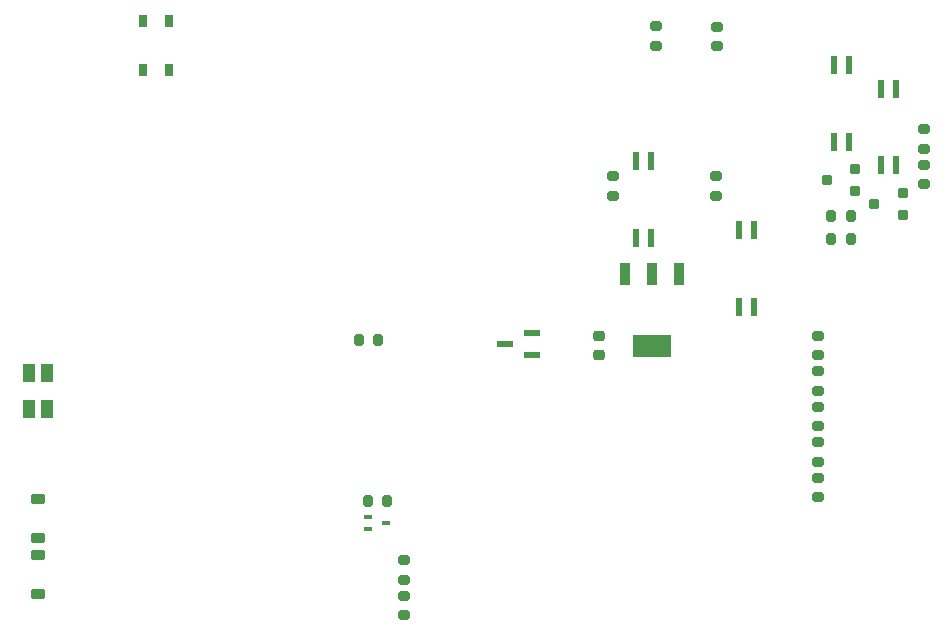
<source format=gbr>
%TF.GenerationSoftware,KiCad,Pcbnew,8.0.4*%
%TF.CreationDate,2024-09-03T11:52:29+09:00*%
%TF.ProjectId,chibarobo_board_2024,63686962-6172-46f6-926f-5f626f617264,rev?*%
%TF.SameCoordinates,Original*%
%TF.FileFunction,Paste,Top*%
%TF.FilePolarity,Positive*%
%FSLAX46Y46*%
G04 Gerber Fmt 4.6, Leading zero omitted, Abs format (unit mm)*
G04 Created by KiCad (PCBNEW 8.0.4) date 2024-09-03 11:52:29*
%MOMM*%
%LPD*%
G01*
G04 APERTURE LIST*
G04 Aperture macros list*
%AMRoundRect*
0 Rectangle with rounded corners*
0 $1 Rounding radius*
0 $2 $3 $4 $5 $6 $7 $8 $9 X,Y pos of 4 corners*
0 Add a 4 corners polygon primitive as box body*
4,1,4,$2,$3,$4,$5,$6,$7,$8,$9,$2,$3,0*
0 Add four circle primitives for the rounded corners*
1,1,$1+$1,$2,$3*
1,1,$1+$1,$4,$5*
1,1,$1+$1,$6,$7*
1,1,$1+$1,$8,$9*
0 Add four rect primitives between the rounded corners*
20,1,$1+$1,$2,$3,$4,$5,0*
20,1,$1+$1,$4,$5,$6,$7,0*
20,1,$1+$1,$6,$7,$8,$9,0*
20,1,$1+$1,$8,$9,$2,$3,0*%
G04 Aperture macros list end*
%ADD10RoundRect,0.225000X0.375000X-0.225000X0.375000X0.225000X-0.375000X0.225000X-0.375000X-0.225000X0*%
%ADD11RoundRect,0.200000X0.250000X0.200000X-0.250000X0.200000X-0.250000X-0.200000X0.250000X-0.200000X0*%
%ADD12RoundRect,0.200000X-0.275000X0.200000X-0.275000X-0.200000X0.275000X-0.200000X0.275000X0.200000X0*%
%ADD13RoundRect,0.200000X0.275000X-0.200000X0.275000X0.200000X-0.275000X0.200000X-0.275000X-0.200000X0*%
%ADD14R,1.100000X1.500000*%
%ADD15RoundRect,0.137500X0.137500X-0.662500X0.137500X0.662500X-0.137500X0.662500X-0.137500X-0.662500X0*%
%ADD16RoundRect,0.137500X-0.137500X0.662500X-0.137500X-0.662500X0.137500X-0.662500X0.137500X0.662500X0*%
%ADD17RoundRect,0.200000X-0.200000X-0.275000X0.200000X-0.275000X0.200000X0.275000X-0.200000X0.275000X0*%
%ADD18R,0.800000X0.400000*%
%ADD19RoundRect,0.225000X-0.250000X0.225000X-0.250000X-0.225000X0.250000X-0.225000X0.250000X0.225000X0*%
%ADD20R,0.950000X1.900000*%
%ADD21R,3.250000X1.900000*%
%ADD22R,0.650000X1.050000*%
%ADD23RoundRect,0.200000X0.200000X0.275000X-0.200000X0.275000X-0.200000X-0.275000X0.200000X-0.275000X0*%
%ADD24R,1.450000X0.600000*%
G04 APERTURE END LIST*
D10*
%TO.C,D3*%
X102000000Y-100000000D03*
X102000000Y-96700000D03*
%TD*%
D11*
%TO.C,Q4*%
X171200000Y-65950000D03*
X171200000Y-64050000D03*
X168800000Y-65000000D03*
%TD*%
D12*
%TO.C,R22*%
X159380110Y-64675000D03*
X159380110Y-66325000D03*
%TD*%
D13*
%TO.C,R5*%
X133000000Y-98825000D03*
X133000000Y-97175000D03*
%TD*%
D14*
%TO.C,D2*%
X102750000Y-81350000D03*
X102750000Y-84350000D03*
X101250000Y-84350000D03*
X101250000Y-81350000D03*
%TD*%
D15*
%TO.C,U6*%
X152627632Y-69885143D03*
X153897632Y-69885143D03*
X153897632Y-63385143D03*
X152627632Y-63385143D03*
%TD*%
D16*
%TO.C,U5*%
X162635000Y-69250000D03*
X161365000Y-69250000D03*
X161365000Y-75750000D03*
X162635000Y-75750000D03*
%TD*%
D17*
%TO.C,R8*%
X129898893Y-92180854D03*
X131548893Y-92180854D03*
%TD*%
D13*
%TO.C,R16*%
X159448085Y-53659604D03*
X159448085Y-52009604D03*
%TD*%
D18*
%TO.C,Q1*%
X129900000Y-93500000D03*
X129900000Y-94500000D03*
X131500000Y-94000000D03*
%TD*%
D17*
%TO.C,R17*%
X169175000Y-70000000D03*
X170825000Y-70000000D03*
%TD*%
D12*
%TO.C,R18*%
X177000000Y-63675000D03*
X177000000Y-65325000D03*
%TD*%
D17*
%TO.C,R14*%
X169175000Y-68000000D03*
X170825000Y-68000000D03*
%TD*%
D10*
%TO.C,D1*%
X102000000Y-95300000D03*
X102000000Y-92000000D03*
%TD*%
D12*
%TO.C,R28*%
X168000000Y-81175000D03*
X168000000Y-82825000D03*
%TD*%
D19*
%TO.C,C19*%
X149500000Y-78225000D03*
X149500000Y-79775000D03*
%TD*%
D20*
%TO.C,Q15*%
X156300000Y-72950000D03*
X154000000Y-72950000D03*
X151700000Y-72950000D03*
D21*
X154000000Y-79050000D03*
%TD*%
D22*
%TO.C,S1*%
X113076483Y-51527024D03*
X113076483Y-55677024D03*
X110926483Y-51527024D03*
X110926483Y-55677024D03*
%TD*%
D12*
%TO.C,R30*%
X168000000Y-84175000D03*
X168000000Y-85825000D03*
%TD*%
%TO.C,R32*%
X168000000Y-87175000D03*
X168000000Y-88825000D03*
%TD*%
%TO.C,R26*%
X168000000Y-78175000D03*
X168000000Y-79825000D03*
%TD*%
D15*
%TO.C,U4*%
X173365000Y-63750000D03*
X174635000Y-63750000D03*
X174635000Y-57250000D03*
X173365000Y-57250000D03*
%TD*%
D23*
%TO.C,R37*%
X130825000Y-78500000D03*
X129175000Y-78500000D03*
%TD*%
D12*
%TO.C,R34*%
X168000000Y-90175000D03*
X168000000Y-91825000D03*
%TD*%
%TO.C,R25*%
X150693174Y-64675000D03*
X150693174Y-66325000D03*
%TD*%
D24*
%TO.C,Q13*%
X143836443Y-79814947D03*
X143836443Y-77914947D03*
X141536443Y-78864947D03*
%TD*%
D15*
%TO.C,U3*%
X169365000Y-61750000D03*
X170635000Y-61750000D03*
X170635000Y-55250000D03*
X169365000Y-55250000D03*
%TD*%
D13*
%TO.C,R4*%
X133000000Y-101825000D03*
X133000000Y-100175000D03*
%TD*%
D11*
%TO.C,Q5*%
X175200000Y-67950000D03*
X175200000Y-66050000D03*
X172800000Y-67000000D03*
%TD*%
D13*
%TO.C,R15*%
X177000000Y-62325000D03*
X177000000Y-60675000D03*
%TD*%
%TO.C,R19*%
X154338238Y-53633808D03*
X154338238Y-51983808D03*
%TD*%
M02*

</source>
